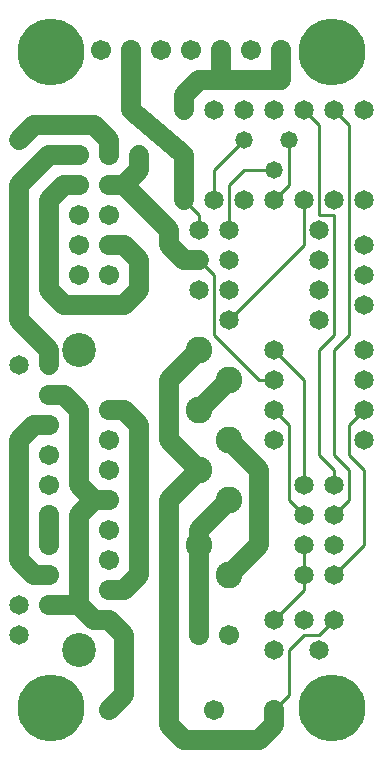
<source format=gtl>
%MOIN*%
%FSLAX25Y25*%
G04 D10 used for Character Trace; *
G04     Circle (OD=.01000) (No hole)*
G04 D11 used for Power Trace; *
G04     Circle (OD=.06500) (No hole)*
G04 D12 used for Signal Trace; *
G04     Circle (OD=.01100) (No hole)*
G04 D13 used for Via; *
G04     Circle (OD=.05800) (Round. Hole ID=.02800)*
G04 D14 used for Component hole; *
G04     Circle (OD=.06500) (Round. Hole ID=.03500)*
G04 D15 used for Component hole; *
G04     Circle (OD=.06700) (Round. Hole ID=.04300)*
G04 D16 used for Component hole; *
G04     Circle (OD=.08100) (Round. Hole ID=.05100)*
G04 D17 used for Component hole; *
G04     Circle (OD=.08900) (Round. Hole ID=.05900)*
G04 D18 used for Component hole; *
G04     Circle (OD=.11300) (Round. Hole ID=.08300)*
G04 D19 used for Component hole; *
G04     Circle (OD=.16000) (Round. Hole ID=.13000)*
G04 D20 used for Component hole; *
G04     Circle (OD=.18300) (Round. Hole ID=.15300)*
G04 D21 used for Component hole; *
G04     Circle (OD=.22291) (Round. Hole ID=.19291)*
%ADD10C,.01000*%
%ADD11C,.06500*%
%ADD12C,.01100*%
%ADD13C,.05800*%
%ADD14C,.06500*%
%ADD15C,.06700*%
%ADD16C,.08100*%
%ADD17C,.08900*%
%ADD18C,.11300*%
%ADD19C,.16000*%
%ADD20C,.18300*%
%ADD21C,.22291*%
%IPPOS*%
%LPD*%
G90*X0Y0D02*D21*X15625Y15625D03*D18*              
X25000Y35000D03*D15*X35000Y15000D03*D11*          
X40000Y20000D01*Y40000D01*X35000Y45000D01*        
X30000D01*X25000Y50000D01*X15000D01*D15*D03*D14*  
X5000Y40000D03*D11*X25000Y50000D02*Y80000D01*     
X30000Y85000D01*X35000D01*D15*D03*D11*X30000D02*  
X25000Y90000D01*Y115000D01*X20000Y120000D01*      
X15000D01*D15*D03*D14*X5000Y130000D03*D11*        
Y105000D02*X10000Y110000D01*X5000Y65000D02*       
Y105000D01*X10000Y60000D02*X5000Y65000D01*        
X10000Y60000D02*X15000D01*D15*D03*D14*            
X5000Y50000D03*D15*X15000Y70000D03*D11*Y80000D01* 
D15*D03*Y90000D03*X35000Y65000D03*Y75000D03*      
X15000Y100000D03*X35000Y95000D03*D11*Y55000D02*   
X40000D01*D15*X35000D03*D11*X40000D02*            
X45000Y60000D01*Y110000D01*X40000Y115000D01*      
X35000D01*D15*D03*Y105000D03*D11*X15000Y130000D02*
Y135000D01*D14*Y130000D03*D11*Y135000D02*         
X5000Y145000D01*Y190000D01*X15000Y200000D01*      
X25000D01*D15*D03*X35000Y190000D03*D11*X40000D01* 
X55000Y175000D01*D14*D03*D11*Y170000D01*          
X60000Y165000D01*X65000D01*D14*D03*D12*           
X70000Y160000D01*Y140000D01*X85000Y125000D01*     
X90000D01*D14*D03*D12*X100000Y90000D02*Y125000D01*
D14*Y90000D03*D12*Y80000D02*X95000Y85000D01*D14*  
X100000Y80000D03*D12*X95000Y85000D02*Y110000D01*  
X90000Y115000D01*D14*D03*D12*X100000Y125000D02*   
X90000Y135000D01*D14*D03*X75000Y145000D03*D12*    
X100000Y170000D01*Y185000D01*D14*D03*D12*         
X105000Y180000D02*X110000D01*Y140000D01*          
X105000Y135000D01*Y100000D01*X110000Y95000D01*    
Y90000D01*D14*D03*D12*Y80000D02*X115000Y85000D01* 
D14*X110000Y80000D03*D12*X115000Y85000D02*        
Y95000D01*X110000Y100000D01*Y135000D01*           
X115000Y140000D01*Y210000D01*X110000Y215000D01*   
D14*D03*D12*X105000Y180000D02*Y210000D01*D14*     
X110000Y185000D03*X105000Y175000D03*D12*          
X90000Y185000D02*X95000Y190000D01*D14*            
X90000Y185000D03*D12*X95000Y190000D02*Y205000D01* 
D13*D03*D14*X100000Y215000D03*D12*                
X105000Y210000D01*D13*X90000Y195000D03*D12*       
X80000D01*X75000Y190000D01*Y175000D01*D14*D03*    
X80000Y185000D03*D12*X65000Y175000D02*Y180000D01* 
D14*Y175000D03*D12*Y180000D02*X60000Y185000D01*   
D14*D03*D11*Y200000D01*X42500Y215000D01*          
Y235000D01*D15*D03*X52500D03*X32500D03*D11*       
X60000Y215000D02*Y220000D01*D14*Y215000D03*D11*   
Y220000D02*X65000Y225000D01*X72500D01*X92500D01*  
Y235000D01*D15*D03*X82500D03*D21*                 
X109375Y234375D03*D14*X80000Y215000D03*X90000D03* 
D15*X72500Y235000D03*D11*Y225000D01*D15*          
X62500Y235000D03*D14*X70000Y215000D03*D13*        
X80000Y205000D03*D12*X70000Y195000D01*Y185000D01* 
D14*D03*X75000Y165000D03*D13*X45000Y200000D03*D11*
Y195000D01*X40000Y190000D01*D15*X35000Y180000D03* 
Y200000D03*D11*Y205000D01*X30000Y210000D01*       
X10000D01*X5000Y205000D01*D13*D03*D11*            
X15000Y185000D02*X20000Y190000D01*                
X15000Y155000D02*Y185000D01*X20000Y150000D02*     
X15000Y155000D01*X20000Y150000D02*X40000D01*      
X45000Y155000D01*Y165000D01*X40000Y170000D01*     
X35000D01*D15*D03*X25000Y180000D03*Y160000D03*    
Y170000D03*X35000Y160000D03*X25000Y190000D03*D11* 
X20000D01*D14*X65000Y155000D03*D21*               
X15625Y234375D03*D14*X75000Y155000D03*D18*        
X25000Y135000D03*D17*X65000D03*D11*               
X55000Y125000D01*Y105000D01*X65000Y95000D01*D17*  
D03*D11*X55000Y85000D01*Y15000D01*D15*D03*D11*    
Y10000D01*X60000Y5000D01*X85000D01*               
X90000Y10000D01*Y15000D01*D15*D03*D12*            
X95000Y20000D01*Y35000D01*X100000Y40000D01*       
X105000D01*X110000Y45000D01*D14*D03*D12*X90000D02*
X100000Y55000D01*D14*X90000Y45000D03*D12*         
X100000Y55000D02*Y60000D01*D14*D03*D12*Y70000D01* 
D14*D03*X110000Y60000D03*D12*X120000Y70000D01*    
Y95000D01*X115000Y100000D01*Y110000D01*           
X120000Y115000D01*D14*D03*Y125000D03*Y105000D03*  
Y135000D03*X90000Y105000D03*X105000Y145000D03*    
X120000Y150000D03*D11*X85000Y70000D02*Y95000D01*  
X75000Y60000D02*X85000Y70000D01*D17*              
X75000Y60000D03*X65000Y70000D03*D11*Y40000D01*D15*
D03*X75000D03*D14*X90000Y35000D03*D15*            
X70000Y15000D03*D11*X65000Y70000D02*Y75000D01*    
X75000Y85000D01*D17*D03*D11*X85000Y95000D02*      
X75000Y105000D01*D17*D03*X65000Y115000D03*D11*    
X75000Y125000D01*D17*D03*D14*X105000Y155000D03*   
Y165000D03*X120000Y170000D03*Y160000D03*          
X110000Y70000D03*X120000Y185000D03*D15*           
X15000Y110000D03*D11*X10000D01*D14*               
X100000Y45000D03*X105000Y35000D03*D21*            
X109375Y15625D03*D14*X120000Y215000D03*M02*       

</source>
